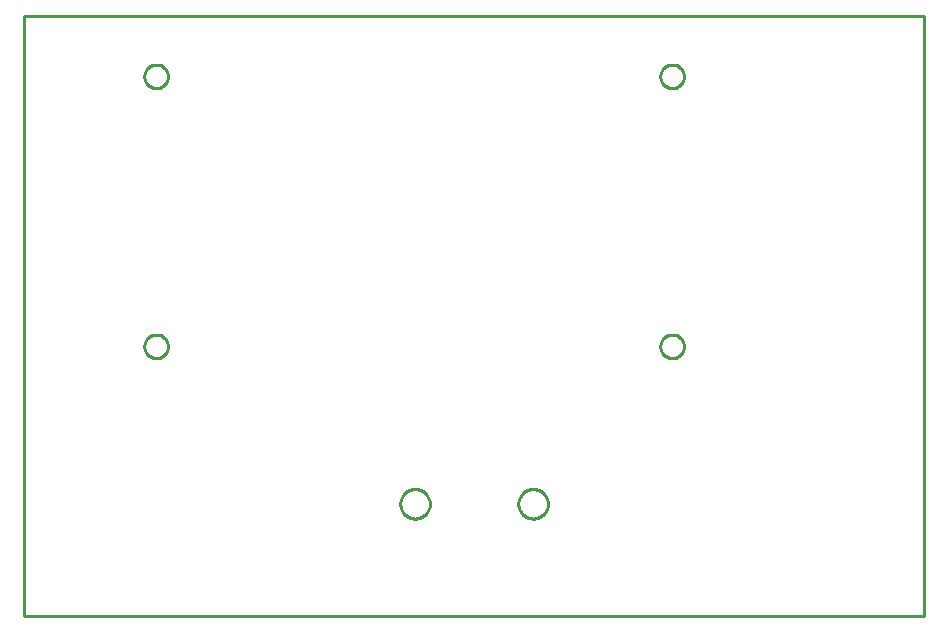
<source format=gbr>
G04 EAGLE Gerber RS-274X export*
G75*
%MOMM*%
%FSLAX34Y34*%
%LPD*%
%IN*%
%IPPOS*%
%AMOC8*
5,1,8,0,0,1.08239X$1,22.5*%
G01*
%ADD10C,0.254000*%


D10*
X0Y0D02*
X762000Y0D01*
X762000Y508000D01*
X0Y508000D01*
X0Y0D01*
X121760Y228163D02*
X121684Y227294D01*
X121532Y226434D01*
X121306Y225590D01*
X121008Y224770D01*
X120639Y223978D01*
X120202Y223222D01*
X119701Y222507D01*
X119140Y221838D01*
X118522Y221220D01*
X117853Y220659D01*
X117138Y220158D01*
X116382Y219721D01*
X115590Y219352D01*
X114770Y219054D01*
X113926Y218828D01*
X113067Y218676D01*
X112197Y218600D01*
X111323Y218600D01*
X110454Y218676D01*
X109594Y218828D01*
X108750Y219054D01*
X107930Y219352D01*
X107138Y219721D01*
X106382Y220158D01*
X105667Y220659D01*
X104998Y221220D01*
X104380Y221838D01*
X103819Y222507D01*
X103318Y223222D01*
X102881Y223978D01*
X102512Y224770D01*
X102214Y225590D01*
X101988Y226434D01*
X101836Y227294D01*
X101760Y228163D01*
X101760Y229037D01*
X101836Y229907D01*
X101988Y230766D01*
X102214Y231610D01*
X102512Y232430D01*
X102881Y233222D01*
X103318Y233978D01*
X103819Y234693D01*
X104380Y235362D01*
X104998Y235980D01*
X105667Y236541D01*
X106382Y237042D01*
X107138Y237479D01*
X107930Y237848D01*
X108750Y238146D01*
X109594Y238372D01*
X110454Y238524D01*
X111323Y238600D01*
X112197Y238600D01*
X113067Y238524D01*
X113926Y238372D01*
X114770Y238146D01*
X115590Y237848D01*
X116382Y237479D01*
X117138Y237042D01*
X117853Y236541D01*
X118522Y235980D01*
X119140Y235362D01*
X119701Y234693D01*
X120202Y233978D01*
X120639Y233222D01*
X121008Y232430D01*
X121306Y231610D01*
X121532Y230766D01*
X121684Y229907D01*
X121760Y229037D01*
X121760Y228163D01*
X558640Y228163D02*
X558564Y227294D01*
X558412Y226434D01*
X558186Y225590D01*
X557888Y224770D01*
X557519Y223978D01*
X557082Y223222D01*
X556581Y222507D01*
X556020Y221838D01*
X555402Y221220D01*
X554733Y220659D01*
X554018Y220158D01*
X553262Y219721D01*
X552470Y219352D01*
X551650Y219054D01*
X550806Y218828D01*
X549947Y218676D01*
X549077Y218600D01*
X548203Y218600D01*
X547334Y218676D01*
X546474Y218828D01*
X545630Y219054D01*
X544810Y219352D01*
X544018Y219721D01*
X543262Y220158D01*
X542547Y220659D01*
X541878Y221220D01*
X541260Y221838D01*
X540699Y222507D01*
X540198Y223222D01*
X539761Y223978D01*
X539392Y224770D01*
X539094Y225590D01*
X538868Y226434D01*
X538716Y227294D01*
X538640Y228163D01*
X538640Y229037D01*
X538716Y229907D01*
X538868Y230766D01*
X539094Y231610D01*
X539392Y232430D01*
X539761Y233222D01*
X540198Y233978D01*
X540699Y234693D01*
X541260Y235362D01*
X541878Y235980D01*
X542547Y236541D01*
X543262Y237042D01*
X544018Y237479D01*
X544810Y237848D01*
X545630Y238146D01*
X546474Y238372D01*
X547334Y238524D01*
X548203Y238600D01*
X549077Y238600D01*
X549947Y238524D01*
X550806Y238372D01*
X551650Y238146D01*
X552470Y237848D01*
X553262Y237479D01*
X554018Y237042D01*
X554733Y236541D01*
X555402Y235980D01*
X556020Y235362D01*
X556581Y234693D01*
X557082Y233978D01*
X557519Y233222D01*
X557888Y232430D01*
X558186Y231610D01*
X558412Y230766D01*
X558564Y229907D01*
X558640Y229037D01*
X558640Y228163D01*
X121760Y456763D02*
X121684Y455894D01*
X121532Y455034D01*
X121306Y454190D01*
X121008Y453370D01*
X120639Y452578D01*
X120202Y451822D01*
X119701Y451107D01*
X119140Y450438D01*
X118522Y449820D01*
X117853Y449259D01*
X117138Y448758D01*
X116382Y448321D01*
X115590Y447952D01*
X114770Y447654D01*
X113926Y447428D01*
X113067Y447276D01*
X112197Y447200D01*
X111323Y447200D01*
X110454Y447276D01*
X109594Y447428D01*
X108750Y447654D01*
X107930Y447952D01*
X107138Y448321D01*
X106382Y448758D01*
X105667Y449259D01*
X104998Y449820D01*
X104380Y450438D01*
X103819Y451107D01*
X103318Y451822D01*
X102881Y452578D01*
X102512Y453370D01*
X102214Y454190D01*
X101988Y455034D01*
X101836Y455894D01*
X101760Y456763D01*
X101760Y457637D01*
X101836Y458507D01*
X101988Y459366D01*
X102214Y460210D01*
X102512Y461030D01*
X102881Y461822D01*
X103318Y462578D01*
X103819Y463293D01*
X104380Y463962D01*
X104998Y464580D01*
X105667Y465141D01*
X106382Y465642D01*
X107138Y466079D01*
X107930Y466448D01*
X108750Y466746D01*
X109594Y466972D01*
X110454Y467124D01*
X111323Y467200D01*
X112197Y467200D01*
X113067Y467124D01*
X113926Y466972D01*
X114770Y466746D01*
X115590Y466448D01*
X116382Y466079D01*
X117138Y465642D01*
X117853Y465141D01*
X118522Y464580D01*
X119140Y463962D01*
X119701Y463293D01*
X120202Y462578D01*
X120639Y461822D01*
X121008Y461030D01*
X121306Y460210D01*
X121532Y459366D01*
X121684Y458507D01*
X121760Y457637D01*
X121760Y456763D01*
X558640Y456763D02*
X558564Y455894D01*
X558412Y455034D01*
X558186Y454190D01*
X557888Y453370D01*
X557519Y452578D01*
X557082Y451822D01*
X556581Y451107D01*
X556020Y450438D01*
X555402Y449820D01*
X554733Y449259D01*
X554018Y448758D01*
X553262Y448321D01*
X552470Y447952D01*
X551650Y447654D01*
X550806Y447428D01*
X549947Y447276D01*
X549077Y447200D01*
X548203Y447200D01*
X547334Y447276D01*
X546474Y447428D01*
X545630Y447654D01*
X544810Y447952D01*
X544018Y448321D01*
X543262Y448758D01*
X542547Y449259D01*
X541878Y449820D01*
X541260Y450438D01*
X540699Y451107D01*
X540198Y451822D01*
X539761Y452578D01*
X539392Y453370D01*
X539094Y454190D01*
X538868Y455034D01*
X538716Y455894D01*
X538640Y456763D01*
X538640Y457637D01*
X538716Y458507D01*
X538868Y459366D01*
X539094Y460210D01*
X539392Y461030D01*
X539761Y461822D01*
X540198Y462578D01*
X540699Y463293D01*
X541260Y463962D01*
X541878Y464580D01*
X542547Y465141D01*
X543262Y465642D01*
X544018Y466079D01*
X544810Y466448D01*
X545630Y466746D01*
X546474Y466972D01*
X547334Y467124D01*
X548203Y467200D01*
X549077Y467200D01*
X549947Y467124D01*
X550806Y466972D01*
X551650Y466746D01*
X552470Y466448D01*
X553262Y466079D01*
X554018Y465642D01*
X554733Y465141D01*
X555402Y464580D01*
X556020Y463962D01*
X556581Y463293D01*
X557082Y462578D01*
X557519Y461822D01*
X557888Y461030D01*
X558186Y460210D01*
X558412Y459366D01*
X558564Y458507D01*
X558640Y457637D01*
X558640Y456763D01*
X343500Y94909D02*
X343423Y93930D01*
X343269Y92960D01*
X343040Y92004D01*
X342736Y91070D01*
X342361Y90163D01*
X341915Y89288D01*
X341401Y88450D01*
X340824Y87655D01*
X340186Y86908D01*
X339492Y86214D01*
X338745Y85576D01*
X337950Y84999D01*
X337112Y84485D01*
X336237Y84039D01*
X335330Y83664D01*
X334396Y83360D01*
X333441Y83131D01*
X332470Y82977D01*
X331491Y82900D01*
X330509Y82900D01*
X329530Y82977D01*
X328560Y83131D01*
X327604Y83360D01*
X326670Y83664D01*
X325763Y84039D01*
X324888Y84485D01*
X324050Y84999D01*
X323255Y85576D01*
X322508Y86214D01*
X321814Y86908D01*
X321176Y87655D01*
X320599Y88450D01*
X320085Y89288D01*
X319639Y90163D01*
X319264Y91070D01*
X318960Y92004D01*
X318731Y92960D01*
X318577Y93930D01*
X318500Y94909D01*
X318500Y95891D01*
X318577Y96870D01*
X318731Y97841D01*
X318960Y98796D01*
X319264Y99730D01*
X319639Y100637D01*
X320085Y101512D01*
X320599Y102350D01*
X321176Y103145D01*
X321814Y103892D01*
X322508Y104586D01*
X323255Y105224D01*
X324050Y105801D01*
X324888Y106315D01*
X325763Y106761D01*
X326670Y107136D01*
X327604Y107440D01*
X328560Y107669D01*
X329530Y107823D01*
X330509Y107900D01*
X331491Y107900D01*
X332470Y107823D01*
X333441Y107669D01*
X334396Y107440D01*
X335330Y107136D01*
X336237Y106761D01*
X337112Y106315D01*
X337950Y105801D01*
X338745Y105224D01*
X339492Y104586D01*
X340186Y103892D01*
X340824Y103145D01*
X341401Y102350D01*
X341915Y101512D01*
X342361Y100637D01*
X342736Y99730D01*
X343040Y98796D01*
X343269Y97841D01*
X343423Y96870D01*
X343500Y95891D01*
X343500Y94909D01*
X443500Y94909D02*
X443423Y93930D01*
X443269Y92960D01*
X443040Y92004D01*
X442736Y91070D01*
X442361Y90163D01*
X441915Y89288D01*
X441401Y88450D01*
X440824Y87655D01*
X440186Y86908D01*
X439492Y86214D01*
X438745Y85576D01*
X437950Y84999D01*
X437112Y84485D01*
X436237Y84039D01*
X435330Y83664D01*
X434396Y83360D01*
X433441Y83131D01*
X432470Y82977D01*
X431491Y82900D01*
X430509Y82900D01*
X429530Y82977D01*
X428560Y83131D01*
X427604Y83360D01*
X426670Y83664D01*
X425763Y84039D01*
X424888Y84485D01*
X424050Y84999D01*
X423255Y85576D01*
X422508Y86214D01*
X421814Y86908D01*
X421176Y87655D01*
X420599Y88450D01*
X420085Y89288D01*
X419639Y90163D01*
X419264Y91070D01*
X418960Y92004D01*
X418731Y92960D01*
X418577Y93930D01*
X418500Y94909D01*
X418500Y95891D01*
X418577Y96870D01*
X418731Y97841D01*
X418960Y98796D01*
X419264Y99730D01*
X419639Y100637D01*
X420085Y101512D01*
X420599Y102350D01*
X421176Y103145D01*
X421814Y103892D01*
X422508Y104586D01*
X423255Y105224D01*
X424050Y105801D01*
X424888Y106315D01*
X425763Y106761D01*
X426670Y107136D01*
X427604Y107440D01*
X428560Y107669D01*
X429530Y107823D01*
X430509Y107900D01*
X431491Y107900D01*
X432470Y107823D01*
X433441Y107669D01*
X434396Y107440D01*
X435330Y107136D01*
X436237Y106761D01*
X437112Y106315D01*
X437950Y105801D01*
X438745Y105224D01*
X439492Y104586D01*
X440186Y103892D01*
X440824Y103145D01*
X441401Y102350D01*
X441915Y101512D01*
X442361Y100637D01*
X442736Y99730D01*
X443040Y98796D01*
X443269Y97841D01*
X443423Y96870D01*
X443500Y95891D01*
X443500Y94909D01*
M02*

</source>
